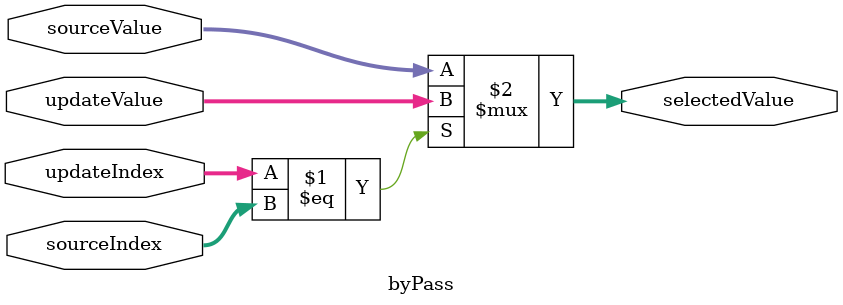
<source format=v>
module byPass (
  input [3:0] sourceIndex,
  input [15:0] sourceValue,
  input [3:0] updateIndex,
  input [15:0] updateValue,
  output [15:0] selectedValue
);

assign selectedValue = updateIndex == sourceIndex? updateValue : sourceValue;

endmodule


</source>
